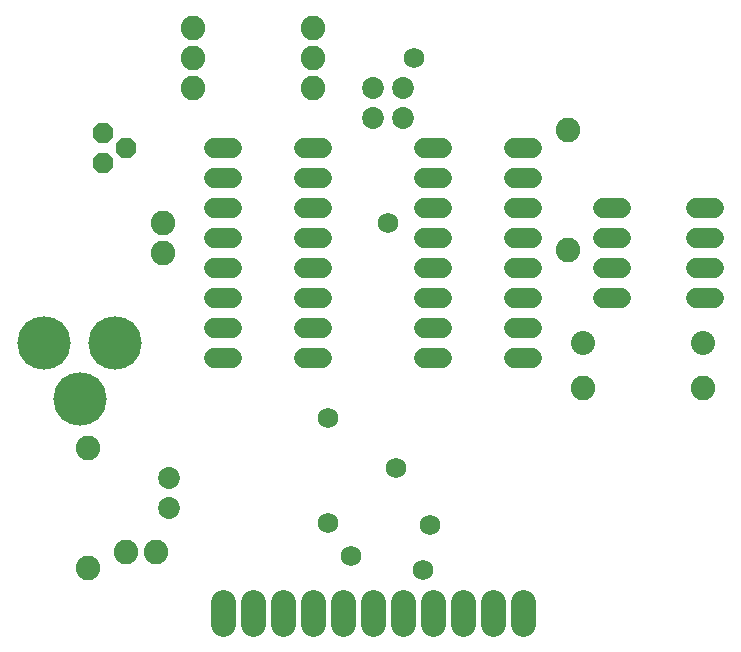
<source format=gbs>
G75*
G70*
%OFA0B0*%
%FSLAX24Y24*%
%IPPOS*%
%LPD*%
%AMOC8*
5,1,8,0,0,1.08239X$1,22.5*
%
%ADD10C,0.0680*%
%ADD11C,0.0820*%
%ADD12C,0.0800*%
%ADD13OC8,0.0680*%
%ADD14C,0.0730*%
%ADD15C,0.1780*%
%ADD16C,0.0820*%
%ADD17C,0.0675*%
%ADD18C,0.0680*%
D10*
X009202Y012661D02*
X009802Y012661D01*
X009802Y013661D02*
X009202Y013661D01*
X009202Y014661D02*
X009802Y014661D01*
X009802Y015661D02*
X009202Y015661D01*
X009202Y016661D02*
X009802Y016661D01*
X009802Y017661D02*
X009202Y017661D01*
X009202Y018661D02*
X009802Y018661D01*
X009802Y019661D02*
X009202Y019661D01*
X012202Y019661D02*
X012802Y019661D01*
X012802Y018661D02*
X012202Y018661D01*
X012202Y017661D02*
X012802Y017661D01*
X012802Y016661D02*
X012202Y016661D01*
X012202Y015661D02*
X012802Y015661D01*
X012802Y014661D02*
X012202Y014661D01*
X012202Y013661D02*
X012802Y013661D01*
X012802Y012661D02*
X012202Y012661D01*
X016202Y012661D02*
X016802Y012661D01*
X016802Y013661D02*
X016202Y013661D01*
X016202Y014661D02*
X016802Y014661D01*
X016802Y015661D02*
X016202Y015661D01*
X016202Y016661D02*
X016802Y016661D01*
X016802Y017661D02*
X016202Y017661D01*
X016202Y018661D02*
X016802Y018661D01*
X016802Y019661D02*
X016202Y019661D01*
X019202Y019661D02*
X019802Y019661D01*
X019802Y018661D02*
X019202Y018661D01*
X019202Y017661D02*
X019802Y017661D01*
X019802Y016661D02*
X019202Y016661D01*
X019202Y015661D02*
X019802Y015661D01*
X019802Y014661D02*
X019202Y014661D01*
X019202Y013661D02*
X019802Y013661D01*
X019802Y012661D02*
X019202Y012661D01*
D11*
X005002Y005661D03*
X006252Y006211D03*
X007252Y006211D03*
X005002Y009661D03*
X007502Y016161D03*
X007502Y017161D03*
X008502Y021661D03*
X008502Y022661D03*
X008502Y023661D03*
X012502Y023661D03*
X012502Y022661D03*
X012502Y021661D03*
X021002Y020261D03*
X021002Y016261D03*
X021502Y011661D03*
X025502Y011661D03*
D12*
X025502Y013161D03*
X021502Y013161D03*
D13*
X006252Y019661D03*
X005502Y019161D03*
X005502Y020161D03*
D14*
X014502Y020661D03*
X015502Y020661D03*
X015502Y021661D03*
X014502Y021661D03*
X007702Y008661D03*
X007702Y007661D03*
D15*
X004714Y011311D03*
X003533Y013161D03*
X005895Y013161D03*
D16*
X009502Y004531D02*
X009502Y003791D01*
X010502Y003791D02*
X010502Y004531D01*
X011502Y004531D02*
X011502Y003791D01*
X012502Y003791D02*
X012502Y004531D01*
X013502Y004531D02*
X013502Y003791D01*
X014502Y003791D02*
X014502Y004531D01*
X015502Y004531D02*
X015502Y003791D01*
X016502Y003791D02*
X016502Y004531D01*
X017502Y004531D02*
X017502Y003791D01*
X018502Y003791D02*
X018502Y004531D01*
X019502Y004531D02*
X019502Y003791D01*
D17*
X022154Y014661D02*
X022749Y014661D01*
X022749Y015661D02*
X022154Y015661D01*
X022154Y016661D02*
X022749Y016661D01*
X022749Y017661D02*
X022154Y017661D01*
X025254Y017661D02*
X025849Y017661D01*
X025849Y016661D02*
X025254Y016661D01*
X025254Y015661D02*
X025849Y015661D01*
X025849Y014661D02*
X025254Y014661D01*
D18*
X016402Y007111D03*
X016152Y005611D03*
X013752Y006061D03*
X013002Y007161D03*
X015252Y009011D03*
X013002Y010661D03*
X015002Y017161D03*
X015852Y022661D03*
M02*

</source>
